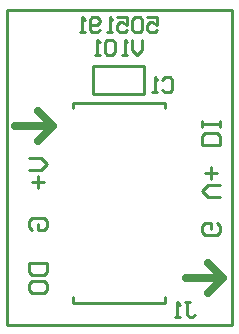
<source format=gbo>
%FSLAX25Y25*%
%MOIN*%
G70*
G01*
G75*
G04 Layer_Color=33789*
%ADD10R,0.05906X0.05906*%
%ADD11R,0.05906X0.05906*%
%ADD12C,0.02500*%
%ADD13C,0.16500*%
%ADD14C,0.04000*%
%ADD15R,0.17716X0.12205*%
%ADD16R,0.05000X0.08000*%
%ADD17C,0.01000*%
D12*
X567000Y520600D02*
X572000Y515600D01*
X567000Y510600D02*
X572000Y515600D01*
X559500D02*
X572000D01*
X502738Y566230D02*
X515238D01*
X510238Y561230D02*
X515238Y566230D01*
X510238Y571230D02*
X515238Y566230D01*
D17*
X552474Y507057D02*
Y509026D01*
X521962Y507057D02*
X552474D01*
X521962D02*
Y509026D01*
X552474Y572018D02*
Y573986D01*
X521962D02*
X552474D01*
X521962Y572018D02*
Y573986D01*
X500000Y500000D02*
Y605000D01*
Y500000D02*
X575000D01*
Y605000D01*
X500000D02*
X575000D01*
X528484Y586016D02*
X545516D01*
Y576984D02*
Y586016D01*
X528484Y576984D02*
X545516D01*
X528484D02*
Y586016D01*
X559168Y507498D02*
X560834D01*
X560001D01*
Y503333D01*
X560834Y502500D01*
X561667D01*
X562500Y503333D01*
X557502Y502500D02*
X555835D01*
X556669D01*
Y507498D01*
X557502Y506665D01*
X551668Y581665D02*
X552501Y582498D01*
X554167D01*
X555000Y581665D01*
Y578333D01*
X554167Y577500D01*
X552501D01*
X551668Y578333D01*
X550002Y577500D02*
X548336D01*
X549169D01*
Y582498D01*
X550002Y581665D01*
X569998Y533999D02*
X570998Y532999D01*
Y531000D01*
X569998Y530000D01*
X566000D01*
X565000Y531000D01*
Y532999D01*
X566000Y533999D01*
X567999D01*
Y531999D01*
X570998Y560000D02*
X565000D01*
Y562999D01*
X566000Y563999D01*
X569998D01*
X570998Y562999D01*
Y560000D01*
Y565998D02*
Y567997D01*
Y566998D01*
X565000D01*
Y565998D01*
Y567997D01*
X507240Y555630D02*
X511239D01*
X513238Y553631D01*
X511239Y551631D01*
X507240D01*
X510239Y549632D02*
Y545633D01*
X508240Y547633D02*
X512239D01*
X507240Y520630D02*
X513238D01*
Y517631D01*
X512239Y516631D01*
X508240D01*
X507240Y517631D01*
Y520630D01*
Y511633D02*
Y513632D01*
X508240Y514632D01*
X512239D01*
X513238Y513632D01*
Y511633D01*
X512239Y510633D01*
X508240D01*
X507240Y511633D01*
X508240Y531631D02*
X507240Y532631D01*
Y534630D01*
X508240Y535630D01*
X512239D01*
X513238Y534630D01*
Y532631D01*
X512239Y531631D01*
X510239D01*
Y533631D01*
X570998Y542500D02*
X566999D01*
X565000Y544499D01*
X566999Y546499D01*
X570998D01*
X567999Y548498D02*
Y552497D01*
X569998Y550497D02*
X566000D01*
X546668Y602498D02*
X550000D01*
Y599999D01*
X548334Y600832D01*
X547501D01*
X546668Y599999D01*
Y598333D01*
X547501Y597500D01*
X549167D01*
X550000Y598333D01*
X545002Y601665D02*
X544169Y602498D01*
X542502D01*
X541669Y601665D01*
Y598333D01*
X542502Y597500D01*
X544169D01*
X545002Y598333D01*
Y601665D01*
X536671Y602498D02*
X540003D01*
Y599999D01*
X538337Y600832D01*
X537504D01*
X536671Y599999D01*
Y598333D01*
X537504Y597500D01*
X539170D01*
X540003Y598333D01*
X535005Y597500D02*
X533339D01*
X534172D01*
Y602498D01*
X535005Y601665D01*
X530839Y598333D02*
X530007Y597500D01*
X528340D01*
X527507Y598333D01*
Y601665D01*
X528340Y602498D01*
X530007D01*
X530839Y601665D01*
Y600832D01*
X530007Y599999D01*
X527507D01*
X525841Y597500D02*
X524175D01*
X525008D01*
Y602498D01*
X525841Y601665D01*
X545000Y594998D02*
Y591666D01*
X543334Y590000D01*
X541668Y591666D01*
Y594998D01*
X540002Y590000D02*
X538336D01*
X539169D01*
Y594998D01*
X540002Y594165D01*
X535836D02*
X535003Y594998D01*
X533337D01*
X532504Y594165D01*
Y590833D01*
X533337Y590000D01*
X535003D01*
X535836Y590833D01*
Y594165D01*
X530838Y590000D02*
X529172D01*
X530005D01*
Y594998D01*
X530838Y594165D01*
M02*

</source>
